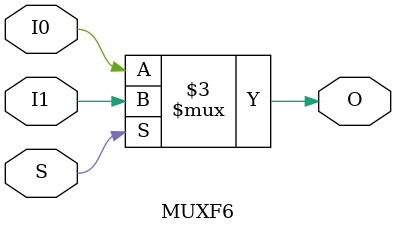
<source format=v>

`timescale  1 ps / 1 ps


module MUXF6 (O, I0, I1, S);

    output O;
    reg    O;

    input  I0, I1, S;

	always @(I0 or I1 or S)
	    if (S)
		O = I1;
	    else
		O = I0;
endmodule


</source>
